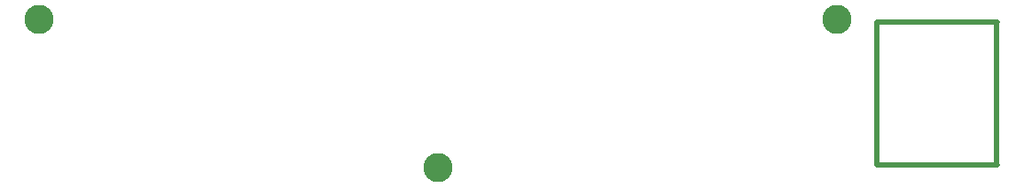
<source format=gts>
%TF.GenerationSoftware,KiCad,Pcbnew,(5.99.0-12610-g07e01e6297)*%
%TF.CreationDate,2021-11-07T21:13:35+00:00*%
%TF.ProjectId,piccolo-switchplate,70696363-6f6c-46f2-9d73-776974636870,rev?*%
%TF.SameCoordinates,Original*%
%TF.FileFunction,Soldermask,Top*%
%TF.FilePolarity,Negative*%
%FSLAX46Y46*%
G04 Gerber Fmt 4.6, Leading zero omitted, Abs format (unit mm)*
G04 Created by KiCad (PCBNEW (5.99.0-12610-g07e01e6297)) date 2021-11-07 21:13:35*
%MOMM*%
%LPD*%
G01*
G04 APERTURE LIST*
%ADD10C,2.800000*%
%ADD11O,12.000000X0.500000*%
%ADD12O,0.500000X14.200000*%
G04 APERTURE END LIST*
D10*
%TO.C,H3*%
X185862496Y-111168750D03*
%TD*%
%TO.C,H2*%
X147762496Y-125456250D03*
%TD*%
D11*
%TO.C,ENC1*%
X195387496Y-111462500D03*
X195387496Y-125162500D03*
D12*
X201137496Y-118312500D03*
X189637496Y-118312500D03*
%TD*%
D10*
%TO.C,H1*%
X109662496Y-111168750D03*
%TD*%
M02*

</source>
